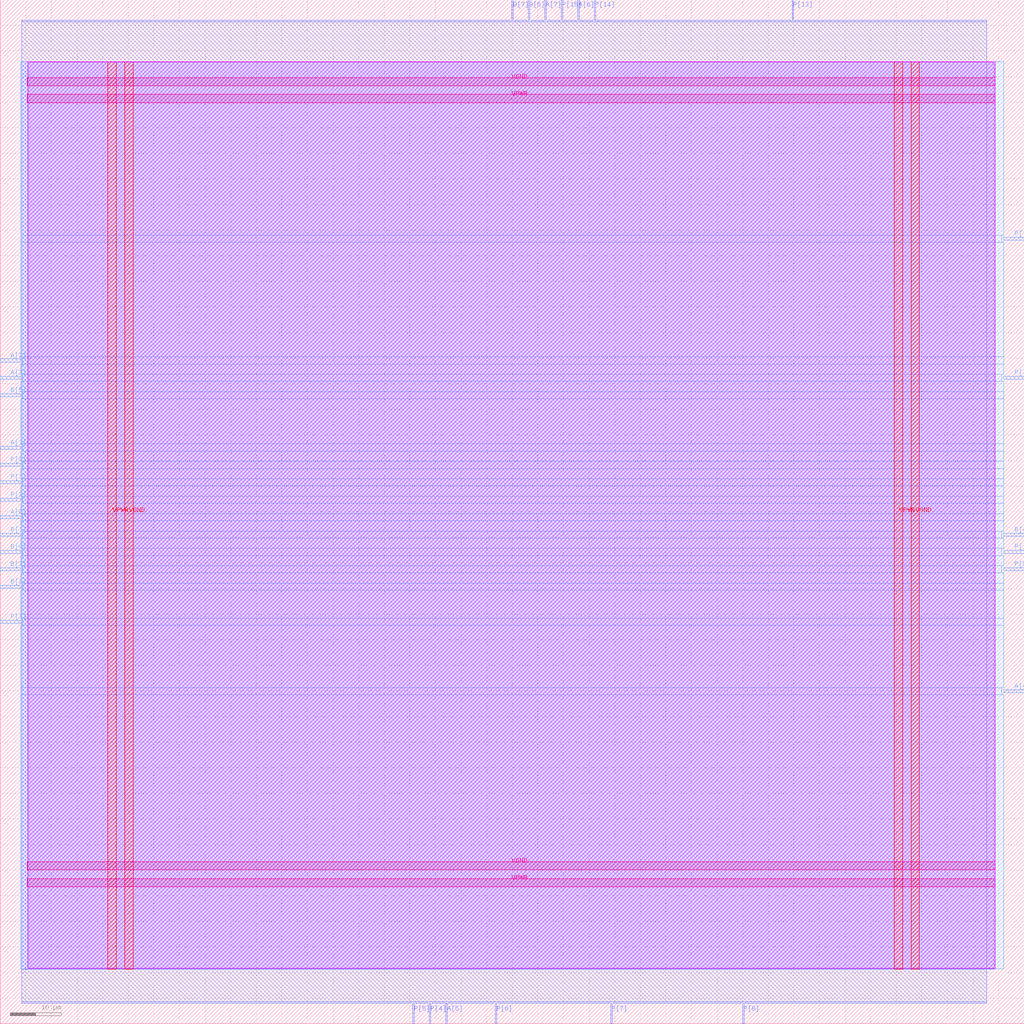
<source format=lef>
VERSION 5.7 ;
  NOWIREEXTENSIONATPIN ON ;
  DIVIDERCHAR "/" ;
  BUSBITCHARS "[]" ;
MACRO mult8_2bits_1op_e16917
  CLASS BLOCK ;
  FOREIGN mult8_2bits_1op_e16917 ;
  ORIGIN 0.000 0.000 ;
  SIZE 200.000 BY 200.000 ;
  PIN A[0]
    DIRECTION INPUT ;
    USE SIGNAL ;
    ANTENNAGATEAREA 0.159000 ;
    PORT
      LAYER met3 ;
        RECT 0.000 98.640 4.000 99.240 ;
    END
  END A[0]
  PIN A[1]
    DIRECTION INPUT ;
    USE SIGNAL ;
    ANTENNAGATEAREA 0.196500 ;
    PORT
      LAYER met3 ;
        RECT 0.000 112.240 4.000 112.840 ;
    END
  END A[1]
  PIN A[2]
    DIRECTION INPUT ;
    USE SIGNAL ;
    ANTENNAGATEAREA 0.247500 ;
    PORT
      LAYER met3 ;
        RECT 0.000 129.240 4.000 129.840 ;
    END
  END A[2]
  PIN A[3]
    DIRECTION INPUT ;
    USE SIGNAL ;
    ANTENNAGATEAREA 0.495000 ;
    PORT
      LAYER met3 ;
        RECT 0.000 125.840 4.000 126.440 ;
    END
  END A[3]
  PIN A[4]
    DIRECTION INPUT ;
    USE SIGNAL ;
    ANTENNAGATEAREA 0.159000 ;
    PORT
      LAYER met3 ;
        RECT 196.000 64.640 200.000 65.240 ;
    END
  END A[4]
  PIN A[5]
    DIRECTION INPUT ;
    USE SIGNAL ;
    ANTENNAGATEAREA 0.213000 ;
    PORT
      LAYER met2 ;
        RECT 87.030 0.000 87.310 4.000 ;
    END
  END A[5]
  PIN A[6]
    DIRECTION INPUT ;
    USE SIGNAL ;
    ANTENNAGATEAREA 0.196500 ;
    PORT
      LAYER met2 ;
        RECT 112.790 196.000 113.070 200.000 ;
    END
  END A[6]
  PIN A[7]
    DIRECTION INPUT ;
    USE SIGNAL ;
    ANTENNAGATEAREA 0.196500 ;
    PORT
      LAYER met2 ;
        RECT 106.350 196.000 106.630 200.000 ;
    END
  END A[7]
  PIN B[0]
    DIRECTION INPUT ;
    USE SIGNAL ;
    ANTENNAGATEAREA 0.495000 ;
    PORT
      LAYER met3 ;
        RECT 0.000 91.840 4.000 92.440 ;
    END
  END B[0]
  PIN B[1]
    DIRECTION INPUT ;
    USE SIGNAL ;
    ANTENNAGATEAREA 0.213000 ;
    PORT
      LAYER met3 ;
        RECT 0.000 95.240 4.000 95.840 ;
    END
  END B[1]
  PIN B[2]
    DIRECTION INPUT ;
    USE SIGNAL ;
    ANTENNAGATEAREA 0.247500 ;
    PORT
      LAYER met3 ;
        RECT 0.000 85.040 4.000 85.640 ;
    END
  END B[2]
  PIN B[3]
    DIRECTION INPUT ;
    USE SIGNAL ;
    ANTENNAGATEAREA 0.213000 ;
    PORT
      LAYER met3 ;
        RECT 0.000 88.440 4.000 89.040 ;
    END
  END B[3]
  PIN B[4]
    DIRECTION INPUT ;
    USE SIGNAL ;
    ANTENNAGATEAREA 0.247500 ;
    PORT
      LAYER met3 ;
        RECT 196.000 95.240 200.000 95.840 ;
    END
  END B[4]
  PIN B[5]
    DIRECTION INPUT ;
    USE SIGNAL ;
    ANTENNAGATEAREA 0.213000 ;
    PORT
      LAYER met3 ;
        RECT 0.000 122.440 4.000 123.040 ;
    END
  END B[5]
  PIN B[6]
    DIRECTION INPUT ;
    USE SIGNAL ;
    ANTENNAGATEAREA 0.196500 ;
    PORT
      LAYER met2 ;
        RECT 103.130 196.000 103.410 200.000 ;
    END
  END B[6]
  PIN B[7]
    DIRECTION INPUT ;
    USE SIGNAL ;
    ANTENNAGATEAREA 0.196500 ;
    PORT
      LAYER met2 ;
        RECT 99.910 196.000 100.190 200.000 ;
    END
  END B[7]
  PIN P[0]
    DIRECTION OUTPUT ;
    USE SIGNAL ;
    ANTENNADIFFAREA 0.445500 ;
    PORT
      LAYER met3 ;
        RECT 0.000 108.840 4.000 109.440 ;
    END
  END P[0]
  PIN P[10]
    DIRECTION OUTPUT ;
    USE SIGNAL ;
    ANTENNADIFFAREA 1.336500 ;
    PORT
      LAYER met3 ;
        RECT 196.000 91.840 200.000 92.440 ;
    END
  END P[10]
  PIN P[11]
    DIRECTION OUTPUT ;
    USE SIGNAL ;
    ANTENNADIFFAREA 1.336500 ;
    PORT
      LAYER met3 ;
        RECT 196.000 125.840 200.000 126.440 ;
    END
  END P[11]
  PIN P[12]
    DIRECTION OUTPUT ;
    USE SIGNAL ;
    ANTENNADIFFAREA 1.336500 ;
    PORT
      LAYER met3 ;
        RECT 196.000 153.040 200.000 153.640 ;
    END
  END P[12]
  PIN P[13]
    DIRECTION OUTPUT ;
    USE SIGNAL ;
    ANTENNADIFFAREA 1.336500 ;
    PORT
      LAYER met2 ;
        RECT 154.650 196.000 154.930 200.000 ;
    END
  END P[13]
  PIN P[14]
    DIRECTION OUTPUT ;
    USE SIGNAL ;
    ANTENNADIFFAREA 1.336500 ;
    PORT
      LAYER met2 ;
        RECT 116.010 196.000 116.290 200.000 ;
    END
  END P[14]
  PIN P[15]
    DIRECTION OUTPUT ;
    USE SIGNAL ;
    ANTENNADIFFAREA 1.336500 ;
    PORT
      LAYER met2 ;
        RECT 109.570 196.000 109.850 200.000 ;
    END
  END P[15]
  PIN P[1]
    DIRECTION OUTPUT ;
    USE SIGNAL ;
    ANTENNADIFFAREA 0.445500 ;
    PORT
      LAYER met3 ;
        RECT 0.000 105.440 4.000 106.040 ;
    END
  END P[1]
  PIN P[2]
    DIRECTION OUTPUT ;
    USE SIGNAL ;
    ANTENNADIFFAREA 0.445500 ;
    PORT
      LAYER met3 ;
        RECT 0.000 102.040 4.000 102.640 ;
    END
  END P[2]
  PIN P[3]
    DIRECTION OUTPUT ;
    USE SIGNAL ;
    ANTENNADIFFAREA 0.445500 ;
    PORT
      LAYER met3 ;
        RECT 0.000 78.240 4.000 78.840 ;
    END
  END P[3]
  PIN P[4]
    DIRECTION OUTPUT ;
    USE SIGNAL ;
    ANTENNADIFFAREA 0.445500 ;
    PORT
      LAYER met2 ;
        RECT 83.810 0.000 84.090 4.000 ;
    END
  END P[4]
  PIN P[5]
    DIRECTION OUTPUT ;
    USE SIGNAL ;
    ANTENNADIFFAREA 0.445500 ;
    PORT
      LAYER met2 ;
        RECT 80.590 0.000 80.870 4.000 ;
    END
  END P[5]
  PIN P[6]
    DIRECTION OUTPUT ;
    USE SIGNAL ;
    ANTENNADIFFAREA 0.445500 ;
    PORT
      LAYER met2 ;
        RECT 96.690 0.000 96.970 4.000 ;
    END
  END P[6]
  PIN P[7]
    DIRECTION OUTPUT ;
    USE SIGNAL ;
    ANTENNADIFFAREA 0.445500 ;
    PORT
      LAYER met2 ;
        RECT 119.230 0.000 119.510 4.000 ;
    END
  END P[7]
  PIN P[8]
    DIRECTION OUTPUT ;
    USE SIGNAL ;
    ANTENNADIFFAREA 0.891000 ;
    PORT
      LAYER met2 ;
        RECT 144.990 0.000 145.270 4.000 ;
    END
  END P[8]
  PIN P[9]
    DIRECTION OUTPUT ;
    USE SIGNAL ;
    ANTENNADIFFAREA 1.336500 ;
    PORT
      LAYER met3 ;
        RECT 196.000 88.440 200.000 89.040 ;
    END
  END P[9]
  PIN VGND
    DIRECTION INOUT ;
    USE GROUND ;
    PORT
      LAYER met4 ;
        RECT 24.340 10.640 25.940 187.920 ;
    END
    PORT
      LAYER met4 ;
        RECT 177.940 10.640 179.540 187.920 ;
    END
    PORT
      LAYER met5 ;
        RECT 5.280 30.030 194.360 31.630 ;
    END
    PORT
      LAYER met5 ;
        RECT 5.280 183.210 194.360 184.810 ;
    END
  END VGND
  PIN VPWR
    DIRECTION INOUT ;
    USE POWER ;
    PORT
      LAYER met4 ;
        RECT 21.040 10.640 22.640 187.920 ;
    END
    PORT
      LAYER met4 ;
        RECT 174.640 10.640 176.240 187.920 ;
    END
    PORT
      LAYER met5 ;
        RECT 5.280 26.730 194.360 28.330 ;
    END
    PORT
      LAYER met5 ;
        RECT 5.280 179.910 194.360 181.510 ;
    END
  END VPWR
  OBS
      LAYER nwell ;
        RECT 5.330 10.795 194.310 187.870 ;
      LAYER li1 ;
        RECT 5.520 10.795 194.120 187.765 ;
      LAYER met1 ;
        RECT 4.210 10.640 194.120 187.920 ;
      LAYER met2 ;
        RECT 4.230 195.720 99.630 196.000 ;
        RECT 100.470 195.720 102.850 196.000 ;
        RECT 103.690 195.720 106.070 196.000 ;
        RECT 106.910 195.720 109.290 196.000 ;
        RECT 110.130 195.720 112.510 196.000 ;
        RECT 113.350 195.720 115.730 196.000 ;
        RECT 116.570 195.720 154.370 196.000 ;
        RECT 155.210 195.720 192.650 196.000 ;
        RECT 4.230 4.280 192.650 195.720 ;
        RECT 4.230 4.000 80.310 4.280 ;
        RECT 81.150 4.000 83.530 4.280 ;
        RECT 84.370 4.000 86.750 4.280 ;
        RECT 87.590 4.000 96.410 4.280 ;
        RECT 97.250 4.000 118.950 4.280 ;
        RECT 119.790 4.000 144.710 4.280 ;
        RECT 145.550 4.000 192.650 4.280 ;
      LAYER met3 ;
        RECT 3.990 154.040 196.000 187.845 ;
        RECT 3.990 152.640 195.600 154.040 ;
        RECT 3.990 130.240 196.000 152.640 ;
        RECT 4.400 128.840 196.000 130.240 ;
        RECT 3.990 126.840 196.000 128.840 ;
        RECT 4.400 125.440 195.600 126.840 ;
        RECT 3.990 123.440 196.000 125.440 ;
        RECT 4.400 122.040 196.000 123.440 ;
        RECT 3.990 113.240 196.000 122.040 ;
        RECT 4.400 111.840 196.000 113.240 ;
        RECT 3.990 109.840 196.000 111.840 ;
        RECT 4.400 108.440 196.000 109.840 ;
        RECT 3.990 106.440 196.000 108.440 ;
        RECT 4.400 105.040 196.000 106.440 ;
        RECT 3.990 103.040 196.000 105.040 ;
        RECT 4.400 101.640 196.000 103.040 ;
        RECT 3.990 99.640 196.000 101.640 ;
        RECT 4.400 98.240 196.000 99.640 ;
        RECT 3.990 96.240 196.000 98.240 ;
        RECT 4.400 94.840 195.600 96.240 ;
        RECT 3.990 92.840 196.000 94.840 ;
        RECT 4.400 91.440 195.600 92.840 ;
        RECT 3.990 89.440 196.000 91.440 ;
        RECT 4.400 88.040 195.600 89.440 ;
        RECT 3.990 86.040 196.000 88.040 ;
        RECT 4.400 84.640 196.000 86.040 ;
        RECT 3.990 79.240 196.000 84.640 ;
        RECT 4.400 77.840 196.000 79.240 ;
        RECT 3.990 65.640 196.000 77.840 ;
        RECT 3.990 64.240 195.600 65.640 ;
        RECT 3.990 10.715 196.000 64.240 ;
  END
END mult8_2bits_1op_e16917
END LIBRARY


</source>
